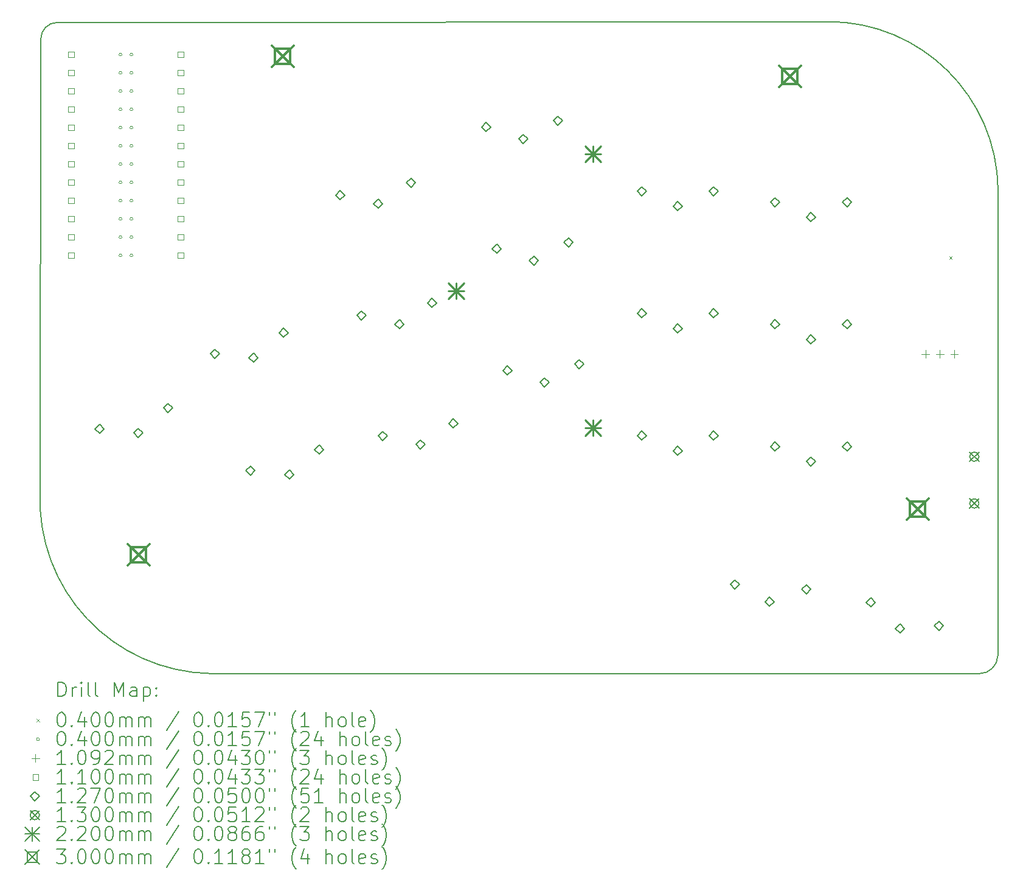
<source format=gbr>
%FSLAX45Y45*%
G04 Gerber Fmt 4.5, Leading zero omitted, Abs format (unit mm)*
G04 Created by KiCad (PCBNEW (6.0.4-0)) date 2022-07-27 12:02:18*
%MOMM*%
%LPD*%
G01*
G04 APERTURE LIST*
%TA.AperFunction,Profile*%
%ADD10C,0.150000*%
%TD*%
%ADD11C,0.200000*%
%ADD12C,0.040000*%
%ADD13C,0.109220*%
%ADD14C,0.110000*%
%ADD15C,0.127000*%
%ADD16C,0.130000*%
%ADD17C,0.220000*%
%ADD18C,0.300000*%
G04 APERTURE END LIST*
D10*
X2904845Y12436755D02*
G75*
G03*
X2676245Y12208155I0J-228600D01*
G01*
X13637800Y12447790D02*
X2904845Y12436755D01*
X2667000Y5892800D02*
X2676245Y12208155D01*
X16002000Y10109200D02*
G75*
G03*
X13637800Y12447790I-2364200J-25750D01*
G01*
X2667000Y5892800D02*
G75*
G03*
X5029200Y3379408I2415551J-96503D01*
G01*
X15742673Y3376991D02*
G75*
G03*
X16000102Y3632200I-3153J260619D01*
G01*
X16000102Y3632200D02*
X16002000Y10109200D01*
X15742673Y3376992D02*
X5029200Y3379408D01*
D11*
D12*
X15323011Y9184592D02*
X15363011Y9144592D01*
X15363011Y9184592D02*
X15323011Y9144592D01*
X3804600Y11988800D02*
G75*
G03*
X3804600Y11988800I-20000J0D01*
G01*
X3804600Y11734800D02*
G75*
G03*
X3804600Y11734800I-20000J0D01*
G01*
X3804600Y11480800D02*
G75*
G03*
X3804600Y11480800I-20000J0D01*
G01*
X3804600Y11226800D02*
G75*
G03*
X3804600Y11226800I-20000J0D01*
G01*
X3804600Y10972800D02*
G75*
G03*
X3804600Y10972800I-20000J0D01*
G01*
X3804600Y10718800D02*
G75*
G03*
X3804600Y10718800I-20000J0D01*
G01*
X3804600Y10464800D02*
G75*
G03*
X3804600Y10464800I-20000J0D01*
G01*
X3804600Y10210800D02*
G75*
G03*
X3804600Y10210800I-20000J0D01*
G01*
X3804600Y9956800D02*
G75*
G03*
X3804600Y9956800I-20000J0D01*
G01*
X3804600Y9702800D02*
G75*
G03*
X3804600Y9702800I-20000J0D01*
G01*
X3804600Y9448800D02*
G75*
G03*
X3804600Y9448800I-20000J0D01*
G01*
X3804600Y9194800D02*
G75*
G03*
X3804600Y9194800I-20000J0D01*
G01*
X3957000Y11988800D02*
G75*
G03*
X3957000Y11988800I-20000J0D01*
G01*
X3957000Y11734800D02*
G75*
G03*
X3957000Y11734800I-20000J0D01*
G01*
X3957000Y11480800D02*
G75*
G03*
X3957000Y11480800I-20000J0D01*
G01*
X3957000Y11226800D02*
G75*
G03*
X3957000Y11226800I-20000J0D01*
G01*
X3957000Y10972800D02*
G75*
G03*
X3957000Y10972800I-20000J0D01*
G01*
X3957000Y10718800D02*
G75*
G03*
X3957000Y10718800I-20000J0D01*
G01*
X3957000Y10464800D02*
G75*
G03*
X3957000Y10464800I-20000J0D01*
G01*
X3957000Y10210800D02*
G75*
G03*
X3957000Y10210800I-20000J0D01*
G01*
X3957000Y9956800D02*
G75*
G03*
X3957000Y9956800I-20000J0D01*
G01*
X3957000Y9702800D02*
G75*
G03*
X3957000Y9702800I-20000J0D01*
G01*
X3957000Y9448800D02*
G75*
G03*
X3957000Y9448800I-20000J0D01*
G01*
X3957000Y9194800D02*
G75*
G03*
X3957000Y9194800I-20000J0D01*
G01*
D13*
X14992400Y7877810D02*
X14992400Y7768590D01*
X14937790Y7823200D02*
X15047010Y7823200D01*
X15192400Y7877810D02*
X15192400Y7768590D01*
X15137790Y7823200D02*
X15247010Y7823200D01*
X15392400Y7877810D02*
X15392400Y7768590D01*
X15337790Y7823200D02*
X15447010Y7823200D01*
D14*
X3137691Y11949909D02*
X3137691Y12027691D01*
X3059909Y12027691D01*
X3059909Y11949909D01*
X3137691Y11949909D01*
X3137691Y11695909D02*
X3137691Y11773691D01*
X3059909Y11773691D01*
X3059909Y11695909D01*
X3137691Y11695909D01*
X3137691Y11441909D02*
X3137691Y11519691D01*
X3059909Y11519691D01*
X3059909Y11441909D01*
X3137691Y11441909D01*
X3137691Y11187909D02*
X3137691Y11265691D01*
X3059909Y11265691D01*
X3059909Y11187909D01*
X3137691Y11187909D01*
X3137691Y10933909D02*
X3137691Y11011691D01*
X3059909Y11011691D01*
X3059909Y10933909D01*
X3137691Y10933909D01*
X3137691Y10679909D02*
X3137691Y10757691D01*
X3059909Y10757691D01*
X3059909Y10679909D01*
X3137691Y10679909D01*
X3137691Y10425909D02*
X3137691Y10503691D01*
X3059909Y10503691D01*
X3059909Y10425909D01*
X3137691Y10425909D01*
X3137691Y10171909D02*
X3137691Y10249691D01*
X3059909Y10249691D01*
X3059909Y10171909D01*
X3137691Y10171909D01*
X3137691Y9917909D02*
X3137691Y9995691D01*
X3059909Y9995691D01*
X3059909Y9917909D01*
X3137691Y9917909D01*
X3137691Y9663909D02*
X3137691Y9741691D01*
X3059909Y9741691D01*
X3059909Y9663909D01*
X3137691Y9663909D01*
X3137691Y9409909D02*
X3137691Y9487691D01*
X3059909Y9487691D01*
X3059909Y9409909D01*
X3137691Y9409909D01*
X3137691Y9155909D02*
X3137691Y9233691D01*
X3059909Y9233691D01*
X3059909Y9155909D01*
X3137691Y9155909D01*
X4661691Y11949909D02*
X4661691Y12027691D01*
X4583909Y12027691D01*
X4583909Y11949909D01*
X4661691Y11949909D01*
X4661691Y11695909D02*
X4661691Y11773691D01*
X4583909Y11773691D01*
X4583909Y11695909D01*
X4661691Y11695909D01*
X4661691Y11441909D02*
X4661691Y11519691D01*
X4583909Y11519691D01*
X4583909Y11441909D01*
X4661691Y11441909D01*
X4661691Y11187909D02*
X4661691Y11265691D01*
X4583909Y11265691D01*
X4583909Y11187909D01*
X4661691Y11187909D01*
X4661691Y10933909D02*
X4661691Y11011691D01*
X4583909Y11011691D01*
X4583909Y10933909D01*
X4661691Y10933909D01*
X4661691Y10679909D02*
X4661691Y10757691D01*
X4583909Y10757691D01*
X4583909Y10679909D01*
X4661691Y10679909D01*
X4661691Y10425909D02*
X4661691Y10503691D01*
X4583909Y10503691D01*
X4583909Y10425909D01*
X4661691Y10425909D01*
X4661691Y10171909D02*
X4661691Y10249691D01*
X4583909Y10249691D01*
X4583909Y10171909D01*
X4661691Y10171909D01*
X4661691Y9917909D02*
X4661691Y9995691D01*
X4583909Y9995691D01*
X4583909Y9917909D01*
X4661691Y9917909D01*
X4661691Y9663909D02*
X4661691Y9741691D01*
X4583909Y9741691D01*
X4583909Y9663909D01*
X4661691Y9663909D01*
X4661691Y9409909D02*
X4661691Y9487691D01*
X4583909Y9487691D01*
X4583909Y9409909D01*
X4661691Y9409909D01*
X4661691Y9155909D02*
X4661691Y9233691D01*
X4583909Y9233691D01*
X4583909Y9155909D01*
X4661691Y9155909D01*
D15*
X3492911Y6719093D02*
X3556411Y6782593D01*
X3492911Y6846093D01*
X3429411Y6782593D01*
X3492911Y6719093D01*
X4032461Y6664455D02*
X4095961Y6727955D01*
X4032461Y6791455D01*
X3968961Y6727955D01*
X4032461Y6664455D01*
X4449215Y7011464D02*
X4512715Y7074964D01*
X4449215Y7138464D01*
X4385715Y7074964D01*
X4449215Y7011464D01*
X5099250Y7763538D02*
X5162750Y7827038D01*
X5099250Y7890538D01*
X5035750Y7827038D01*
X5099250Y7763538D01*
X5596281Y6137820D02*
X5659781Y6201320D01*
X5596281Y6264820D01*
X5532781Y6201320D01*
X5596281Y6137820D01*
X5638800Y7708900D02*
X5702300Y7772400D01*
X5638800Y7835900D01*
X5575300Y7772400D01*
X5638800Y7708900D01*
X6055554Y8055910D02*
X6119054Y8119410D01*
X6055554Y8182910D01*
X5992054Y8119410D01*
X6055554Y8055910D01*
X6135832Y6083182D02*
X6199332Y6146682D01*
X6135832Y6210182D01*
X6072332Y6146682D01*
X6135832Y6083182D01*
X6552586Y6430192D02*
X6616086Y6493692D01*
X6552586Y6557192D01*
X6489086Y6493692D01*
X6552586Y6430192D01*
X6843626Y9970732D02*
X6907126Y10034232D01*
X6843626Y10097732D01*
X6780126Y10034232D01*
X6843626Y9970732D01*
X7138828Y8296559D02*
X7202328Y8360059D01*
X7138828Y8423559D01*
X7075328Y8360059D01*
X7138828Y8296559D01*
X7372496Y9850746D02*
X7435996Y9914246D01*
X7372496Y9977746D01*
X7308996Y9914246D01*
X7372496Y9850746D01*
X7434030Y6622386D02*
X7497530Y6685886D01*
X7434030Y6749386D01*
X7370530Y6685886D01*
X7434030Y6622386D01*
X7667698Y8176573D02*
X7731198Y8240073D01*
X7667698Y8303573D01*
X7604198Y8240073D01*
X7667698Y8176573D01*
X7828434Y10144380D02*
X7891934Y10207880D01*
X7828434Y10271380D01*
X7764934Y10207880D01*
X7828434Y10144380D01*
X7962900Y6502400D02*
X8026400Y6565900D01*
X7962900Y6629400D01*
X7899400Y6565900D01*
X7962900Y6502400D01*
X8123636Y8470207D02*
X8187136Y8533707D01*
X8123636Y8597207D01*
X8060136Y8533707D01*
X8123636Y8470207D01*
X8418838Y6796034D02*
X8482338Y6859534D01*
X8418838Y6923034D01*
X8355338Y6859534D01*
X8418838Y6796034D01*
X8877370Y10919316D02*
X8940870Y10982816D01*
X8877370Y11046316D01*
X8813870Y10982816D01*
X8877370Y10919316D01*
X9025535Y9225785D02*
X9089035Y9289285D01*
X9025535Y9352785D01*
X8962035Y9289285D01*
X9025535Y9225785D01*
X9173700Y7532254D02*
X9237200Y7595754D01*
X9173700Y7659254D01*
X9110200Y7595754D01*
X9173700Y7532254D01*
X9393771Y10753693D02*
X9457271Y10817193D01*
X9393771Y10880693D01*
X9330271Y10817193D01*
X9393771Y10753693D01*
X9541935Y9060162D02*
X9605435Y9123662D01*
X9541935Y9187162D01*
X9478435Y9123662D01*
X9541935Y9060162D01*
X9690100Y7366631D02*
X9753600Y7430131D01*
X9690100Y7493631D01*
X9626600Y7430131D01*
X9690100Y7366631D01*
X9873565Y11006472D02*
X9937065Y11069972D01*
X9873565Y11133472D01*
X9810065Y11069972D01*
X9873565Y11006472D01*
X10021730Y9312941D02*
X10085230Y9376441D01*
X10021730Y9439941D01*
X9958230Y9376441D01*
X10021730Y9312941D01*
X10169895Y7619410D02*
X10233395Y7682910D01*
X10169895Y7746410D01*
X10106395Y7682910D01*
X10169895Y7619410D01*
X11041109Y10025102D02*
X11104609Y10088602D01*
X11041109Y10152102D01*
X10977609Y10088602D01*
X11041109Y10025102D01*
X11041109Y8325102D02*
X11104609Y8388602D01*
X11041109Y8452102D01*
X10977609Y8388602D01*
X11041109Y8325102D01*
X11041109Y6625102D02*
X11104609Y6688602D01*
X11041109Y6752102D01*
X10977609Y6688602D01*
X11041109Y6625102D01*
X11541109Y9815102D02*
X11604609Y9878602D01*
X11541109Y9942102D01*
X11477609Y9878602D01*
X11541109Y9815102D01*
X11541109Y8115102D02*
X11604609Y8178602D01*
X11541109Y8242102D01*
X11477609Y8178602D01*
X11541109Y8115102D01*
X11541109Y6415102D02*
X11604609Y6478602D01*
X11541109Y6542102D01*
X11477609Y6478602D01*
X11541109Y6415102D01*
X12041109Y10025102D02*
X12104609Y10088602D01*
X12041109Y10152102D01*
X11977609Y10088602D01*
X12041109Y10025102D01*
X12041109Y8325102D02*
X12104609Y8388602D01*
X12041109Y8452102D01*
X11977609Y8388602D01*
X12041109Y8325102D01*
X12041109Y6625102D02*
X12104609Y6688602D01*
X12041109Y6752102D01*
X11977609Y6688602D01*
X12041109Y6625102D01*
X12336819Y4557149D02*
X12400319Y4620649D01*
X12336819Y4684149D01*
X12273319Y4620649D01*
X12336819Y4557149D01*
X12820953Y4312782D02*
X12884453Y4376282D01*
X12820953Y4439782D01*
X12757453Y4376282D01*
X12820953Y4312782D01*
X12898500Y9874300D02*
X12962000Y9937800D01*
X12898500Y10001300D01*
X12835000Y9937800D01*
X12898500Y9874300D01*
X12898500Y8174300D02*
X12962000Y8237800D01*
X12898500Y8301300D01*
X12835000Y8237800D01*
X12898500Y8174300D01*
X12898500Y6474300D02*
X12962000Y6537800D01*
X12898500Y6601300D01*
X12835000Y6537800D01*
X12898500Y6474300D01*
X13334384Y4487393D02*
X13397884Y4550893D01*
X13334384Y4614393D01*
X13270884Y4550893D01*
X13334384Y4487393D01*
X13398500Y9664300D02*
X13462000Y9727800D01*
X13398500Y9791300D01*
X13335000Y9727800D01*
X13398500Y9664300D01*
X13398500Y7964300D02*
X13462000Y8027800D01*
X13398500Y8091300D01*
X13335000Y8027800D01*
X13398500Y7964300D01*
X13398500Y6264300D02*
X13462000Y6327800D01*
X13398500Y6391300D01*
X13335000Y6327800D01*
X13398500Y6264300D01*
X13898500Y9874300D02*
X13962000Y9937800D01*
X13898500Y10001300D01*
X13835000Y9937800D01*
X13898500Y9874300D01*
X13898500Y8174300D02*
X13962000Y8237800D01*
X13898500Y8301300D01*
X13835000Y8237800D01*
X13898500Y8174300D01*
X13898500Y6474300D02*
X13962000Y6537800D01*
X13898500Y6601300D01*
X13835000Y6537800D01*
X13898500Y6474300D01*
X14231848Y4304801D02*
X14295348Y4368301D01*
X14231848Y4431801D01*
X14168348Y4368301D01*
X14231848Y4304801D01*
X14636238Y3943458D02*
X14699738Y4006958D01*
X14636238Y4070458D01*
X14572738Y4006958D01*
X14636238Y3943458D01*
X15177367Y3979233D02*
X15240867Y4042733D01*
X15177367Y4106233D01*
X15113867Y4042733D01*
X15177367Y3979233D01*
D16*
X15606800Y6460600D02*
X15736800Y6330600D01*
X15736800Y6460600D02*
X15606800Y6330600D01*
X15736800Y6395600D02*
G75*
G03*
X15736800Y6395600I-65000J0D01*
G01*
X15606800Y5810600D02*
X15736800Y5680600D01*
X15736800Y5810600D02*
X15606800Y5680600D01*
X15736800Y5745600D02*
G75*
G03*
X15736800Y5745600I-65000J0D01*
G01*
D17*
X8348200Y8809500D02*
X8568200Y8589500D01*
X8568200Y8809500D02*
X8348200Y8589500D01*
X8458200Y8809500D02*
X8458200Y8589500D01*
X8348200Y8699500D02*
X8568200Y8699500D01*
X10253200Y10714500D02*
X10473200Y10494500D01*
X10473200Y10714500D02*
X10253200Y10494500D01*
X10363200Y10714500D02*
X10363200Y10494500D01*
X10253200Y10604500D02*
X10473200Y10604500D01*
X10253200Y6904500D02*
X10473200Y6684500D01*
X10473200Y6904500D02*
X10253200Y6684500D01*
X10363200Y6904500D02*
X10363200Y6684500D01*
X10253200Y6794500D02*
X10473200Y6794500D01*
D18*
X3888600Y5179200D02*
X4188600Y4879200D01*
X4188600Y5179200D02*
X3888600Y4879200D01*
X4144667Y4923133D02*
X4144667Y5135267D01*
X3932533Y5135267D01*
X3932533Y4923133D01*
X4144667Y4923133D01*
X5895200Y12113400D02*
X6195200Y11813400D01*
X6195200Y12113400D02*
X5895200Y11813400D01*
X6151267Y11857333D02*
X6151267Y12069467D01*
X5939133Y12069467D01*
X5939133Y11857333D01*
X6151267Y11857333D01*
X12956400Y11834000D02*
X13256400Y11534000D01*
X13256400Y11834000D02*
X12956400Y11534000D01*
X13212467Y11577933D02*
X13212467Y11790067D01*
X13000333Y11790067D01*
X13000333Y11577933D01*
X13212467Y11577933D01*
X14734400Y5814200D02*
X15034400Y5514200D01*
X15034400Y5814200D02*
X14734400Y5514200D01*
X14990467Y5558133D02*
X14990467Y5770267D01*
X14778333Y5770267D01*
X14778333Y5558133D01*
X14990467Y5558133D01*
D11*
X2915192Y3059016D02*
X2915192Y3259016D01*
X2962811Y3259016D01*
X2991383Y3249492D01*
X3010430Y3230444D01*
X3019954Y3211397D01*
X3029478Y3173301D01*
X3029478Y3144730D01*
X3019954Y3106635D01*
X3010430Y3087587D01*
X2991383Y3068539D01*
X2962811Y3059016D01*
X2915192Y3059016D01*
X3115192Y3059016D02*
X3115192Y3192349D01*
X3115192Y3154254D02*
X3124716Y3173301D01*
X3134240Y3182825D01*
X3153287Y3192349D01*
X3172335Y3192349D01*
X3239002Y3059016D02*
X3239002Y3192349D01*
X3239002Y3259016D02*
X3229478Y3249492D01*
X3239002Y3239968D01*
X3248526Y3249492D01*
X3239002Y3259016D01*
X3239002Y3239968D01*
X3362811Y3059016D02*
X3343764Y3068539D01*
X3334240Y3087587D01*
X3334240Y3259016D01*
X3467573Y3059016D02*
X3448526Y3068539D01*
X3439002Y3087587D01*
X3439002Y3259016D01*
X3696145Y3059016D02*
X3696145Y3259016D01*
X3762811Y3116158D01*
X3829478Y3259016D01*
X3829478Y3059016D01*
X4010430Y3059016D02*
X4010430Y3163778D01*
X4000907Y3182825D01*
X3981859Y3192349D01*
X3943764Y3192349D01*
X3924716Y3182825D01*
X4010430Y3068539D02*
X3991383Y3059016D01*
X3943764Y3059016D01*
X3924716Y3068539D01*
X3915192Y3087587D01*
X3915192Y3106635D01*
X3924716Y3125682D01*
X3943764Y3135206D01*
X3991383Y3135206D01*
X4010430Y3144730D01*
X4105668Y3192349D02*
X4105668Y2992349D01*
X4105668Y3182825D02*
X4124716Y3192349D01*
X4162811Y3192349D01*
X4181859Y3182825D01*
X4191383Y3173301D01*
X4200907Y3154254D01*
X4200907Y3097111D01*
X4191383Y3078063D01*
X4181859Y3068539D01*
X4162811Y3059016D01*
X4124716Y3059016D01*
X4105668Y3068539D01*
X4286621Y3078063D02*
X4296145Y3068539D01*
X4286621Y3059016D01*
X4277097Y3068539D01*
X4286621Y3078063D01*
X4286621Y3059016D01*
X4286621Y3182825D02*
X4296145Y3173301D01*
X4286621Y3163778D01*
X4277097Y3173301D01*
X4286621Y3182825D01*
X4286621Y3163778D01*
D12*
X2617573Y2749492D02*
X2657573Y2709492D01*
X2657573Y2749492D02*
X2617573Y2709492D01*
D11*
X2953287Y2839016D02*
X2972335Y2839016D01*
X2991383Y2829492D01*
X3000907Y2819968D01*
X3010430Y2800920D01*
X3019954Y2762825D01*
X3019954Y2715206D01*
X3010430Y2677111D01*
X3000907Y2658063D01*
X2991383Y2648540D01*
X2972335Y2639016D01*
X2953287Y2639016D01*
X2934240Y2648540D01*
X2924716Y2658063D01*
X2915192Y2677111D01*
X2905668Y2715206D01*
X2905668Y2762825D01*
X2915192Y2800920D01*
X2924716Y2819968D01*
X2934240Y2829492D01*
X2953287Y2839016D01*
X3105668Y2658063D02*
X3115192Y2648540D01*
X3105668Y2639016D01*
X3096145Y2648540D01*
X3105668Y2658063D01*
X3105668Y2639016D01*
X3286621Y2772349D02*
X3286621Y2639016D01*
X3239002Y2848539D02*
X3191383Y2705682D01*
X3315192Y2705682D01*
X3429478Y2839016D02*
X3448526Y2839016D01*
X3467573Y2829492D01*
X3477097Y2819968D01*
X3486621Y2800920D01*
X3496145Y2762825D01*
X3496145Y2715206D01*
X3486621Y2677111D01*
X3477097Y2658063D01*
X3467573Y2648540D01*
X3448526Y2639016D01*
X3429478Y2639016D01*
X3410430Y2648540D01*
X3400907Y2658063D01*
X3391383Y2677111D01*
X3381859Y2715206D01*
X3381859Y2762825D01*
X3391383Y2800920D01*
X3400907Y2819968D01*
X3410430Y2829492D01*
X3429478Y2839016D01*
X3619954Y2839016D02*
X3639002Y2839016D01*
X3658049Y2829492D01*
X3667573Y2819968D01*
X3677097Y2800920D01*
X3686621Y2762825D01*
X3686621Y2715206D01*
X3677097Y2677111D01*
X3667573Y2658063D01*
X3658049Y2648540D01*
X3639002Y2639016D01*
X3619954Y2639016D01*
X3600907Y2648540D01*
X3591383Y2658063D01*
X3581859Y2677111D01*
X3572335Y2715206D01*
X3572335Y2762825D01*
X3581859Y2800920D01*
X3591383Y2819968D01*
X3600907Y2829492D01*
X3619954Y2839016D01*
X3772335Y2639016D02*
X3772335Y2772349D01*
X3772335Y2753301D02*
X3781859Y2762825D01*
X3800907Y2772349D01*
X3829478Y2772349D01*
X3848526Y2762825D01*
X3858049Y2743778D01*
X3858049Y2639016D01*
X3858049Y2743778D02*
X3867573Y2762825D01*
X3886621Y2772349D01*
X3915192Y2772349D01*
X3934240Y2762825D01*
X3943764Y2743778D01*
X3943764Y2639016D01*
X4039002Y2639016D02*
X4039002Y2772349D01*
X4039002Y2753301D02*
X4048526Y2762825D01*
X4067573Y2772349D01*
X4096145Y2772349D01*
X4115192Y2762825D01*
X4124716Y2743778D01*
X4124716Y2639016D01*
X4124716Y2743778D02*
X4134240Y2762825D01*
X4153287Y2772349D01*
X4181859Y2772349D01*
X4200907Y2762825D01*
X4210430Y2743778D01*
X4210430Y2639016D01*
X4600907Y2848539D02*
X4429478Y2591397D01*
X4858049Y2839016D02*
X4877097Y2839016D01*
X4896145Y2829492D01*
X4905669Y2819968D01*
X4915192Y2800920D01*
X4924716Y2762825D01*
X4924716Y2715206D01*
X4915192Y2677111D01*
X4905669Y2658063D01*
X4896145Y2648540D01*
X4877097Y2639016D01*
X4858049Y2639016D01*
X4839002Y2648540D01*
X4829478Y2658063D01*
X4819954Y2677111D01*
X4810430Y2715206D01*
X4810430Y2762825D01*
X4819954Y2800920D01*
X4829478Y2819968D01*
X4839002Y2829492D01*
X4858049Y2839016D01*
X5010430Y2658063D02*
X5019954Y2648540D01*
X5010430Y2639016D01*
X5000907Y2648540D01*
X5010430Y2658063D01*
X5010430Y2639016D01*
X5143764Y2839016D02*
X5162811Y2839016D01*
X5181859Y2829492D01*
X5191383Y2819968D01*
X5200907Y2800920D01*
X5210430Y2762825D01*
X5210430Y2715206D01*
X5200907Y2677111D01*
X5191383Y2658063D01*
X5181859Y2648540D01*
X5162811Y2639016D01*
X5143764Y2639016D01*
X5124716Y2648540D01*
X5115192Y2658063D01*
X5105669Y2677111D01*
X5096145Y2715206D01*
X5096145Y2762825D01*
X5105669Y2800920D01*
X5115192Y2819968D01*
X5124716Y2829492D01*
X5143764Y2839016D01*
X5400907Y2639016D02*
X5286621Y2639016D01*
X5343764Y2639016D02*
X5343764Y2839016D01*
X5324716Y2810444D01*
X5305669Y2791397D01*
X5286621Y2781873D01*
X5581859Y2839016D02*
X5486621Y2839016D01*
X5477097Y2743778D01*
X5486621Y2753301D01*
X5505669Y2762825D01*
X5553288Y2762825D01*
X5572335Y2753301D01*
X5581859Y2743778D01*
X5591383Y2724730D01*
X5591383Y2677111D01*
X5581859Y2658063D01*
X5572335Y2648540D01*
X5553288Y2639016D01*
X5505669Y2639016D01*
X5486621Y2648540D01*
X5477097Y2658063D01*
X5658049Y2839016D02*
X5791383Y2839016D01*
X5705668Y2639016D01*
X5858049Y2839016D02*
X5858049Y2800920D01*
X5934240Y2839016D02*
X5934240Y2800920D01*
X6229478Y2562825D02*
X6219954Y2572349D01*
X6200907Y2600920D01*
X6191383Y2619968D01*
X6181859Y2648540D01*
X6172335Y2696159D01*
X6172335Y2734254D01*
X6181859Y2781873D01*
X6191383Y2810444D01*
X6200907Y2829492D01*
X6219954Y2858063D01*
X6229478Y2867587D01*
X6410430Y2639016D02*
X6296145Y2639016D01*
X6353287Y2639016D02*
X6353287Y2839016D01*
X6334240Y2810444D01*
X6315192Y2791397D01*
X6296145Y2781873D01*
X6648526Y2639016D02*
X6648526Y2839016D01*
X6734240Y2639016D02*
X6734240Y2743778D01*
X6724716Y2762825D01*
X6705668Y2772349D01*
X6677097Y2772349D01*
X6658049Y2762825D01*
X6648526Y2753301D01*
X6858049Y2639016D02*
X6839002Y2648540D01*
X6829478Y2658063D01*
X6819954Y2677111D01*
X6819954Y2734254D01*
X6829478Y2753301D01*
X6839002Y2762825D01*
X6858049Y2772349D01*
X6886621Y2772349D01*
X6905668Y2762825D01*
X6915192Y2753301D01*
X6924716Y2734254D01*
X6924716Y2677111D01*
X6915192Y2658063D01*
X6905668Y2648540D01*
X6886621Y2639016D01*
X6858049Y2639016D01*
X7039002Y2639016D02*
X7019954Y2648540D01*
X7010430Y2667587D01*
X7010430Y2839016D01*
X7191383Y2648540D02*
X7172335Y2639016D01*
X7134240Y2639016D01*
X7115192Y2648540D01*
X7105668Y2667587D01*
X7105668Y2743778D01*
X7115192Y2762825D01*
X7134240Y2772349D01*
X7172335Y2772349D01*
X7191383Y2762825D01*
X7200907Y2743778D01*
X7200907Y2724730D01*
X7105668Y2705682D01*
X7267573Y2562825D02*
X7277097Y2572349D01*
X7296145Y2600920D01*
X7305668Y2619968D01*
X7315192Y2648540D01*
X7324716Y2696159D01*
X7324716Y2734254D01*
X7315192Y2781873D01*
X7305668Y2810444D01*
X7296145Y2829492D01*
X7277097Y2858063D01*
X7267573Y2867587D01*
D12*
X2657573Y2465492D02*
G75*
G03*
X2657573Y2465492I-20000J0D01*
G01*
D11*
X2953287Y2575016D02*
X2972335Y2575016D01*
X2991383Y2565492D01*
X3000907Y2555968D01*
X3010430Y2536920D01*
X3019954Y2498825D01*
X3019954Y2451206D01*
X3010430Y2413111D01*
X3000907Y2394063D01*
X2991383Y2384540D01*
X2972335Y2375016D01*
X2953287Y2375016D01*
X2934240Y2384540D01*
X2924716Y2394063D01*
X2915192Y2413111D01*
X2905668Y2451206D01*
X2905668Y2498825D01*
X2915192Y2536920D01*
X2924716Y2555968D01*
X2934240Y2565492D01*
X2953287Y2575016D01*
X3105668Y2394063D02*
X3115192Y2384540D01*
X3105668Y2375016D01*
X3096145Y2384540D01*
X3105668Y2394063D01*
X3105668Y2375016D01*
X3286621Y2508349D02*
X3286621Y2375016D01*
X3239002Y2584540D02*
X3191383Y2441682D01*
X3315192Y2441682D01*
X3429478Y2575016D02*
X3448526Y2575016D01*
X3467573Y2565492D01*
X3477097Y2555968D01*
X3486621Y2536920D01*
X3496145Y2498825D01*
X3496145Y2451206D01*
X3486621Y2413111D01*
X3477097Y2394063D01*
X3467573Y2384540D01*
X3448526Y2375016D01*
X3429478Y2375016D01*
X3410430Y2384540D01*
X3400907Y2394063D01*
X3391383Y2413111D01*
X3381859Y2451206D01*
X3381859Y2498825D01*
X3391383Y2536920D01*
X3400907Y2555968D01*
X3410430Y2565492D01*
X3429478Y2575016D01*
X3619954Y2575016D02*
X3639002Y2575016D01*
X3658049Y2565492D01*
X3667573Y2555968D01*
X3677097Y2536920D01*
X3686621Y2498825D01*
X3686621Y2451206D01*
X3677097Y2413111D01*
X3667573Y2394063D01*
X3658049Y2384540D01*
X3639002Y2375016D01*
X3619954Y2375016D01*
X3600907Y2384540D01*
X3591383Y2394063D01*
X3581859Y2413111D01*
X3572335Y2451206D01*
X3572335Y2498825D01*
X3581859Y2536920D01*
X3591383Y2555968D01*
X3600907Y2565492D01*
X3619954Y2575016D01*
X3772335Y2375016D02*
X3772335Y2508349D01*
X3772335Y2489301D02*
X3781859Y2498825D01*
X3800907Y2508349D01*
X3829478Y2508349D01*
X3848526Y2498825D01*
X3858049Y2479778D01*
X3858049Y2375016D01*
X3858049Y2479778D02*
X3867573Y2498825D01*
X3886621Y2508349D01*
X3915192Y2508349D01*
X3934240Y2498825D01*
X3943764Y2479778D01*
X3943764Y2375016D01*
X4039002Y2375016D02*
X4039002Y2508349D01*
X4039002Y2489301D02*
X4048526Y2498825D01*
X4067573Y2508349D01*
X4096145Y2508349D01*
X4115192Y2498825D01*
X4124716Y2479778D01*
X4124716Y2375016D01*
X4124716Y2479778D02*
X4134240Y2498825D01*
X4153287Y2508349D01*
X4181859Y2508349D01*
X4200907Y2498825D01*
X4210430Y2479778D01*
X4210430Y2375016D01*
X4600907Y2584540D02*
X4429478Y2327397D01*
X4858049Y2575016D02*
X4877097Y2575016D01*
X4896145Y2565492D01*
X4905669Y2555968D01*
X4915192Y2536920D01*
X4924716Y2498825D01*
X4924716Y2451206D01*
X4915192Y2413111D01*
X4905669Y2394063D01*
X4896145Y2384540D01*
X4877097Y2375016D01*
X4858049Y2375016D01*
X4839002Y2384540D01*
X4829478Y2394063D01*
X4819954Y2413111D01*
X4810430Y2451206D01*
X4810430Y2498825D01*
X4819954Y2536920D01*
X4829478Y2555968D01*
X4839002Y2565492D01*
X4858049Y2575016D01*
X5010430Y2394063D02*
X5019954Y2384540D01*
X5010430Y2375016D01*
X5000907Y2384540D01*
X5010430Y2394063D01*
X5010430Y2375016D01*
X5143764Y2575016D02*
X5162811Y2575016D01*
X5181859Y2565492D01*
X5191383Y2555968D01*
X5200907Y2536920D01*
X5210430Y2498825D01*
X5210430Y2451206D01*
X5200907Y2413111D01*
X5191383Y2394063D01*
X5181859Y2384540D01*
X5162811Y2375016D01*
X5143764Y2375016D01*
X5124716Y2384540D01*
X5115192Y2394063D01*
X5105669Y2413111D01*
X5096145Y2451206D01*
X5096145Y2498825D01*
X5105669Y2536920D01*
X5115192Y2555968D01*
X5124716Y2565492D01*
X5143764Y2575016D01*
X5400907Y2375016D02*
X5286621Y2375016D01*
X5343764Y2375016D02*
X5343764Y2575016D01*
X5324716Y2546444D01*
X5305669Y2527397D01*
X5286621Y2517873D01*
X5581859Y2575016D02*
X5486621Y2575016D01*
X5477097Y2479778D01*
X5486621Y2489301D01*
X5505669Y2498825D01*
X5553288Y2498825D01*
X5572335Y2489301D01*
X5581859Y2479778D01*
X5591383Y2460730D01*
X5591383Y2413111D01*
X5581859Y2394063D01*
X5572335Y2384540D01*
X5553288Y2375016D01*
X5505669Y2375016D01*
X5486621Y2384540D01*
X5477097Y2394063D01*
X5658049Y2575016D02*
X5791383Y2575016D01*
X5705668Y2375016D01*
X5858049Y2575016D02*
X5858049Y2536920D01*
X5934240Y2575016D02*
X5934240Y2536920D01*
X6229478Y2298825D02*
X6219954Y2308349D01*
X6200907Y2336920D01*
X6191383Y2355968D01*
X6181859Y2384540D01*
X6172335Y2432159D01*
X6172335Y2470254D01*
X6181859Y2517873D01*
X6191383Y2546444D01*
X6200907Y2565492D01*
X6219954Y2594063D01*
X6229478Y2603587D01*
X6296145Y2555968D02*
X6305668Y2565492D01*
X6324716Y2575016D01*
X6372335Y2575016D01*
X6391383Y2565492D01*
X6400907Y2555968D01*
X6410430Y2536920D01*
X6410430Y2517873D01*
X6400907Y2489301D01*
X6286621Y2375016D01*
X6410430Y2375016D01*
X6581859Y2508349D02*
X6581859Y2375016D01*
X6534240Y2584540D02*
X6486621Y2441682D01*
X6610430Y2441682D01*
X6839002Y2375016D02*
X6839002Y2575016D01*
X6924716Y2375016D02*
X6924716Y2479778D01*
X6915192Y2498825D01*
X6896145Y2508349D01*
X6867573Y2508349D01*
X6848526Y2498825D01*
X6839002Y2489301D01*
X7048526Y2375016D02*
X7029478Y2384540D01*
X7019954Y2394063D01*
X7010430Y2413111D01*
X7010430Y2470254D01*
X7019954Y2489301D01*
X7029478Y2498825D01*
X7048526Y2508349D01*
X7077097Y2508349D01*
X7096145Y2498825D01*
X7105668Y2489301D01*
X7115192Y2470254D01*
X7115192Y2413111D01*
X7105668Y2394063D01*
X7096145Y2384540D01*
X7077097Y2375016D01*
X7048526Y2375016D01*
X7229478Y2375016D02*
X7210430Y2384540D01*
X7200907Y2403587D01*
X7200907Y2575016D01*
X7381859Y2384540D02*
X7362811Y2375016D01*
X7324716Y2375016D01*
X7305668Y2384540D01*
X7296145Y2403587D01*
X7296145Y2479778D01*
X7305668Y2498825D01*
X7324716Y2508349D01*
X7362811Y2508349D01*
X7381859Y2498825D01*
X7391383Y2479778D01*
X7391383Y2460730D01*
X7296145Y2441682D01*
X7467573Y2384540D02*
X7486621Y2375016D01*
X7524716Y2375016D01*
X7543764Y2384540D01*
X7553287Y2403587D01*
X7553287Y2413111D01*
X7543764Y2432159D01*
X7524716Y2441682D01*
X7496145Y2441682D01*
X7477097Y2451206D01*
X7467573Y2470254D01*
X7467573Y2479778D01*
X7477097Y2498825D01*
X7496145Y2508349D01*
X7524716Y2508349D01*
X7543764Y2498825D01*
X7619954Y2298825D02*
X7629478Y2308349D01*
X7648526Y2336920D01*
X7658049Y2355968D01*
X7667573Y2384540D01*
X7677097Y2432159D01*
X7677097Y2470254D01*
X7667573Y2517873D01*
X7658049Y2546444D01*
X7648526Y2565492D01*
X7629478Y2594063D01*
X7619954Y2603587D01*
D13*
X2602963Y2256102D02*
X2602963Y2146882D01*
X2548353Y2201492D02*
X2657573Y2201492D01*
D11*
X3019954Y2111016D02*
X2905668Y2111016D01*
X2962811Y2111016D02*
X2962811Y2311016D01*
X2943764Y2282444D01*
X2924716Y2263397D01*
X2905668Y2253873D01*
X3105668Y2130063D02*
X3115192Y2120540D01*
X3105668Y2111016D01*
X3096145Y2120540D01*
X3105668Y2130063D01*
X3105668Y2111016D01*
X3239002Y2311016D02*
X3258049Y2311016D01*
X3277097Y2301492D01*
X3286621Y2291968D01*
X3296145Y2272920D01*
X3305668Y2234825D01*
X3305668Y2187206D01*
X3296145Y2149111D01*
X3286621Y2130063D01*
X3277097Y2120540D01*
X3258049Y2111016D01*
X3239002Y2111016D01*
X3219954Y2120540D01*
X3210430Y2130063D01*
X3200907Y2149111D01*
X3191383Y2187206D01*
X3191383Y2234825D01*
X3200907Y2272920D01*
X3210430Y2291968D01*
X3219954Y2301492D01*
X3239002Y2311016D01*
X3400907Y2111016D02*
X3439002Y2111016D01*
X3458049Y2120540D01*
X3467573Y2130063D01*
X3486621Y2158635D01*
X3496145Y2196730D01*
X3496145Y2272920D01*
X3486621Y2291968D01*
X3477097Y2301492D01*
X3458049Y2311016D01*
X3419954Y2311016D01*
X3400907Y2301492D01*
X3391383Y2291968D01*
X3381859Y2272920D01*
X3381859Y2225301D01*
X3391383Y2206254D01*
X3400907Y2196730D01*
X3419954Y2187206D01*
X3458049Y2187206D01*
X3477097Y2196730D01*
X3486621Y2206254D01*
X3496145Y2225301D01*
X3572335Y2291968D02*
X3581859Y2301492D01*
X3600907Y2311016D01*
X3648526Y2311016D01*
X3667573Y2301492D01*
X3677097Y2291968D01*
X3686621Y2272920D01*
X3686621Y2253873D01*
X3677097Y2225301D01*
X3562811Y2111016D01*
X3686621Y2111016D01*
X3772335Y2111016D02*
X3772335Y2244349D01*
X3772335Y2225301D02*
X3781859Y2234825D01*
X3800907Y2244349D01*
X3829478Y2244349D01*
X3848526Y2234825D01*
X3858049Y2215778D01*
X3858049Y2111016D01*
X3858049Y2215778D02*
X3867573Y2234825D01*
X3886621Y2244349D01*
X3915192Y2244349D01*
X3934240Y2234825D01*
X3943764Y2215778D01*
X3943764Y2111016D01*
X4039002Y2111016D02*
X4039002Y2244349D01*
X4039002Y2225301D02*
X4048526Y2234825D01*
X4067573Y2244349D01*
X4096145Y2244349D01*
X4115192Y2234825D01*
X4124716Y2215778D01*
X4124716Y2111016D01*
X4124716Y2215778D02*
X4134240Y2234825D01*
X4153287Y2244349D01*
X4181859Y2244349D01*
X4200907Y2234825D01*
X4210430Y2215778D01*
X4210430Y2111016D01*
X4600907Y2320540D02*
X4429478Y2063397D01*
X4858049Y2311016D02*
X4877097Y2311016D01*
X4896145Y2301492D01*
X4905669Y2291968D01*
X4915192Y2272920D01*
X4924716Y2234825D01*
X4924716Y2187206D01*
X4915192Y2149111D01*
X4905669Y2130063D01*
X4896145Y2120540D01*
X4877097Y2111016D01*
X4858049Y2111016D01*
X4839002Y2120540D01*
X4829478Y2130063D01*
X4819954Y2149111D01*
X4810430Y2187206D01*
X4810430Y2234825D01*
X4819954Y2272920D01*
X4829478Y2291968D01*
X4839002Y2301492D01*
X4858049Y2311016D01*
X5010430Y2130063D02*
X5019954Y2120540D01*
X5010430Y2111016D01*
X5000907Y2120540D01*
X5010430Y2130063D01*
X5010430Y2111016D01*
X5143764Y2311016D02*
X5162811Y2311016D01*
X5181859Y2301492D01*
X5191383Y2291968D01*
X5200907Y2272920D01*
X5210430Y2234825D01*
X5210430Y2187206D01*
X5200907Y2149111D01*
X5191383Y2130063D01*
X5181859Y2120540D01*
X5162811Y2111016D01*
X5143764Y2111016D01*
X5124716Y2120540D01*
X5115192Y2130063D01*
X5105669Y2149111D01*
X5096145Y2187206D01*
X5096145Y2234825D01*
X5105669Y2272920D01*
X5115192Y2291968D01*
X5124716Y2301492D01*
X5143764Y2311016D01*
X5381859Y2244349D02*
X5381859Y2111016D01*
X5334240Y2320540D02*
X5286621Y2177682D01*
X5410430Y2177682D01*
X5467573Y2311016D02*
X5591383Y2311016D01*
X5524716Y2234825D01*
X5553288Y2234825D01*
X5572335Y2225301D01*
X5581859Y2215778D01*
X5591383Y2196730D01*
X5591383Y2149111D01*
X5581859Y2130063D01*
X5572335Y2120540D01*
X5553288Y2111016D01*
X5496145Y2111016D01*
X5477097Y2120540D01*
X5467573Y2130063D01*
X5715192Y2311016D02*
X5734240Y2311016D01*
X5753287Y2301492D01*
X5762811Y2291968D01*
X5772335Y2272920D01*
X5781859Y2234825D01*
X5781859Y2187206D01*
X5772335Y2149111D01*
X5762811Y2130063D01*
X5753287Y2120540D01*
X5734240Y2111016D01*
X5715192Y2111016D01*
X5696145Y2120540D01*
X5686621Y2130063D01*
X5677097Y2149111D01*
X5667573Y2187206D01*
X5667573Y2234825D01*
X5677097Y2272920D01*
X5686621Y2291968D01*
X5696145Y2301492D01*
X5715192Y2311016D01*
X5858049Y2311016D02*
X5858049Y2272920D01*
X5934240Y2311016D02*
X5934240Y2272920D01*
X6229478Y2034825D02*
X6219954Y2044349D01*
X6200907Y2072920D01*
X6191383Y2091968D01*
X6181859Y2120540D01*
X6172335Y2168159D01*
X6172335Y2206254D01*
X6181859Y2253873D01*
X6191383Y2282444D01*
X6200907Y2301492D01*
X6219954Y2330063D01*
X6229478Y2339587D01*
X6286621Y2311016D02*
X6410430Y2311016D01*
X6343764Y2234825D01*
X6372335Y2234825D01*
X6391383Y2225301D01*
X6400907Y2215778D01*
X6410430Y2196730D01*
X6410430Y2149111D01*
X6400907Y2130063D01*
X6391383Y2120540D01*
X6372335Y2111016D01*
X6315192Y2111016D01*
X6296145Y2120540D01*
X6286621Y2130063D01*
X6648526Y2111016D02*
X6648526Y2311016D01*
X6734240Y2111016D02*
X6734240Y2215778D01*
X6724716Y2234825D01*
X6705668Y2244349D01*
X6677097Y2244349D01*
X6658049Y2234825D01*
X6648526Y2225301D01*
X6858049Y2111016D02*
X6839002Y2120540D01*
X6829478Y2130063D01*
X6819954Y2149111D01*
X6819954Y2206254D01*
X6829478Y2225301D01*
X6839002Y2234825D01*
X6858049Y2244349D01*
X6886621Y2244349D01*
X6905668Y2234825D01*
X6915192Y2225301D01*
X6924716Y2206254D01*
X6924716Y2149111D01*
X6915192Y2130063D01*
X6905668Y2120540D01*
X6886621Y2111016D01*
X6858049Y2111016D01*
X7039002Y2111016D02*
X7019954Y2120540D01*
X7010430Y2139587D01*
X7010430Y2311016D01*
X7191383Y2120540D02*
X7172335Y2111016D01*
X7134240Y2111016D01*
X7115192Y2120540D01*
X7105668Y2139587D01*
X7105668Y2215778D01*
X7115192Y2234825D01*
X7134240Y2244349D01*
X7172335Y2244349D01*
X7191383Y2234825D01*
X7200907Y2215778D01*
X7200907Y2196730D01*
X7105668Y2177682D01*
X7277097Y2120540D02*
X7296145Y2111016D01*
X7334240Y2111016D01*
X7353287Y2120540D01*
X7362811Y2139587D01*
X7362811Y2149111D01*
X7353287Y2168159D01*
X7334240Y2177682D01*
X7305668Y2177682D01*
X7286621Y2187206D01*
X7277097Y2206254D01*
X7277097Y2215778D01*
X7286621Y2234825D01*
X7305668Y2244349D01*
X7334240Y2244349D01*
X7353287Y2234825D01*
X7429478Y2034825D02*
X7439002Y2044349D01*
X7458049Y2072920D01*
X7467573Y2091968D01*
X7477097Y2120540D01*
X7486621Y2168159D01*
X7486621Y2206254D01*
X7477097Y2253873D01*
X7467573Y2282444D01*
X7458049Y2301492D01*
X7439002Y2330063D01*
X7429478Y2339587D01*
D14*
X2641465Y1898601D02*
X2641465Y1976383D01*
X2563682Y1976383D01*
X2563682Y1898601D01*
X2641465Y1898601D01*
D11*
X3019954Y1847016D02*
X2905668Y1847016D01*
X2962811Y1847016D02*
X2962811Y2047016D01*
X2943764Y2018444D01*
X2924716Y1999397D01*
X2905668Y1989873D01*
X3105668Y1866063D02*
X3115192Y1856539D01*
X3105668Y1847016D01*
X3096145Y1856539D01*
X3105668Y1866063D01*
X3105668Y1847016D01*
X3305668Y1847016D02*
X3191383Y1847016D01*
X3248526Y1847016D02*
X3248526Y2047016D01*
X3229478Y2018444D01*
X3210430Y1999397D01*
X3191383Y1989873D01*
X3429478Y2047016D02*
X3448526Y2047016D01*
X3467573Y2037492D01*
X3477097Y2027968D01*
X3486621Y2008920D01*
X3496145Y1970825D01*
X3496145Y1923206D01*
X3486621Y1885111D01*
X3477097Y1866063D01*
X3467573Y1856539D01*
X3448526Y1847016D01*
X3429478Y1847016D01*
X3410430Y1856539D01*
X3400907Y1866063D01*
X3391383Y1885111D01*
X3381859Y1923206D01*
X3381859Y1970825D01*
X3391383Y2008920D01*
X3400907Y2027968D01*
X3410430Y2037492D01*
X3429478Y2047016D01*
X3619954Y2047016D02*
X3639002Y2047016D01*
X3658049Y2037492D01*
X3667573Y2027968D01*
X3677097Y2008920D01*
X3686621Y1970825D01*
X3686621Y1923206D01*
X3677097Y1885111D01*
X3667573Y1866063D01*
X3658049Y1856539D01*
X3639002Y1847016D01*
X3619954Y1847016D01*
X3600907Y1856539D01*
X3591383Y1866063D01*
X3581859Y1885111D01*
X3572335Y1923206D01*
X3572335Y1970825D01*
X3581859Y2008920D01*
X3591383Y2027968D01*
X3600907Y2037492D01*
X3619954Y2047016D01*
X3772335Y1847016D02*
X3772335Y1980349D01*
X3772335Y1961301D02*
X3781859Y1970825D01*
X3800907Y1980349D01*
X3829478Y1980349D01*
X3848526Y1970825D01*
X3858049Y1951778D01*
X3858049Y1847016D01*
X3858049Y1951778D02*
X3867573Y1970825D01*
X3886621Y1980349D01*
X3915192Y1980349D01*
X3934240Y1970825D01*
X3943764Y1951778D01*
X3943764Y1847016D01*
X4039002Y1847016D02*
X4039002Y1980349D01*
X4039002Y1961301D02*
X4048526Y1970825D01*
X4067573Y1980349D01*
X4096145Y1980349D01*
X4115192Y1970825D01*
X4124716Y1951778D01*
X4124716Y1847016D01*
X4124716Y1951778D02*
X4134240Y1970825D01*
X4153287Y1980349D01*
X4181859Y1980349D01*
X4200907Y1970825D01*
X4210430Y1951778D01*
X4210430Y1847016D01*
X4600907Y2056539D02*
X4429478Y1799397D01*
X4858049Y2047016D02*
X4877097Y2047016D01*
X4896145Y2037492D01*
X4905669Y2027968D01*
X4915192Y2008920D01*
X4924716Y1970825D01*
X4924716Y1923206D01*
X4915192Y1885111D01*
X4905669Y1866063D01*
X4896145Y1856539D01*
X4877097Y1847016D01*
X4858049Y1847016D01*
X4839002Y1856539D01*
X4829478Y1866063D01*
X4819954Y1885111D01*
X4810430Y1923206D01*
X4810430Y1970825D01*
X4819954Y2008920D01*
X4829478Y2027968D01*
X4839002Y2037492D01*
X4858049Y2047016D01*
X5010430Y1866063D02*
X5019954Y1856539D01*
X5010430Y1847016D01*
X5000907Y1856539D01*
X5010430Y1866063D01*
X5010430Y1847016D01*
X5143764Y2047016D02*
X5162811Y2047016D01*
X5181859Y2037492D01*
X5191383Y2027968D01*
X5200907Y2008920D01*
X5210430Y1970825D01*
X5210430Y1923206D01*
X5200907Y1885111D01*
X5191383Y1866063D01*
X5181859Y1856539D01*
X5162811Y1847016D01*
X5143764Y1847016D01*
X5124716Y1856539D01*
X5115192Y1866063D01*
X5105669Y1885111D01*
X5096145Y1923206D01*
X5096145Y1970825D01*
X5105669Y2008920D01*
X5115192Y2027968D01*
X5124716Y2037492D01*
X5143764Y2047016D01*
X5381859Y1980349D02*
X5381859Y1847016D01*
X5334240Y2056539D02*
X5286621Y1913682D01*
X5410430Y1913682D01*
X5467573Y2047016D02*
X5591383Y2047016D01*
X5524716Y1970825D01*
X5553288Y1970825D01*
X5572335Y1961301D01*
X5581859Y1951778D01*
X5591383Y1932730D01*
X5591383Y1885111D01*
X5581859Y1866063D01*
X5572335Y1856539D01*
X5553288Y1847016D01*
X5496145Y1847016D01*
X5477097Y1856539D01*
X5467573Y1866063D01*
X5658049Y2047016D02*
X5781859Y2047016D01*
X5715192Y1970825D01*
X5743764Y1970825D01*
X5762811Y1961301D01*
X5772335Y1951778D01*
X5781859Y1932730D01*
X5781859Y1885111D01*
X5772335Y1866063D01*
X5762811Y1856539D01*
X5743764Y1847016D01*
X5686621Y1847016D01*
X5667573Y1856539D01*
X5658049Y1866063D01*
X5858049Y2047016D02*
X5858049Y2008920D01*
X5934240Y2047016D02*
X5934240Y2008920D01*
X6229478Y1770825D02*
X6219954Y1780349D01*
X6200907Y1808920D01*
X6191383Y1827968D01*
X6181859Y1856539D01*
X6172335Y1904158D01*
X6172335Y1942254D01*
X6181859Y1989873D01*
X6191383Y2018444D01*
X6200907Y2037492D01*
X6219954Y2066063D01*
X6229478Y2075587D01*
X6296145Y2027968D02*
X6305668Y2037492D01*
X6324716Y2047016D01*
X6372335Y2047016D01*
X6391383Y2037492D01*
X6400907Y2027968D01*
X6410430Y2008920D01*
X6410430Y1989873D01*
X6400907Y1961301D01*
X6286621Y1847016D01*
X6410430Y1847016D01*
X6581859Y1980349D02*
X6581859Y1847016D01*
X6534240Y2056539D02*
X6486621Y1913682D01*
X6610430Y1913682D01*
X6839002Y1847016D02*
X6839002Y2047016D01*
X6924716Y1847016D02*
X6924716Y1951778D01*
X6915192Y1970825D01*
X6896145Y1980349D01*
X6867573Y1980349D01*
X6848526Y1970825D01*
X6839002Y1961301D01*
X7048526Y1847016D02*
X7029478Y1856539D01*
X7019954Y1866063D01*
X7010430Y1885111D01*
X7010430Y1942254D01*
X7019954Y1961301D01*
X7029478Y1970825D01*
X7048526Y1980349D01*
X7077097Y1980349D01*
X7096145Y1970825D01*
X7105668Y1961301D01*
X7115192Y1942254D01*
X7115192Y1885111D01*
X7105668Y1866063D01*
X7096145Y1856539D01*
X7077097Y1847016D01*
X7048526Y1847016D01*
X7229478Y1847016D02*
X7210430Y1856539D01*
X7200907Y1875587D01*
X7200907Y2047016D01*
X7381859Y1856539D02*
X7362811Y1847016D01*
X7324716Y1847016D01*
X7305668Y1856539D01*
X7296145Y1875587D01*
X7296145Y1951778D01*
X7305668Y1970825D01*
X7324716Y1980349D01*
X7362811Y1980349D01*
X7381859Y1970825D01*
X7391383Y1951778D01*
X7391383Y1932730D01*
X7296145Y1913682D01*
X7467573Y1856539D02*
X7486621Y1847016D01*
X7524716Y1847016D01*
X7543764Y1856539D01*
X7553287Y1875587D01*
X7553287Y1885111D01*
X7543764Y1904158D01*
X7524716Y1913682D01*
X7496145Y1913682D01*
X7477097Y1923206D01*
X7467573Y1942254D01*
X7467573Y1951778D01*
X7477097Y1970825D01*
X7496145Y1980349D01*
X7524716Y1980349D01*
X7543764Y1970825D01*
X7619954Y1770825D02*
X7629478Y1780349D01*
X7648526Y1808920D01*
X7658049Y1827968D01*
X7667573Y1856539D01*
X7677097Y1904158D01*
X7677097Y1942254D01*
X7667573Y1989873D01*
X7658049Y2018444D01*
X7648526Y2037492D01*
X7629478Y2066063D01*
X7619954Y2075587D01*
D15*
X2594073Y1609992D02*
X2657573Y1673492D01*
X2594073Y1736992D01*
X2530573Y1673492D01*
X2594073Y1609992D01*
D11*
X3019954Y1583016D02*
X2905668Y1583016D01*
X2962811Y1583016D02*
X2962811Y1783016D01*
X2943764Y1754444D01*
X2924716Y1735397D01*
X2905668Y1725873D01*
X3105668Y1602063D02*
X3115192Y1592539D01*
X3105668Y1583016D01*
X3096145Y1592539D01*
X3105668Y1602063D01*
X3105668Y1583016D01*
X3191383Y1763968D02*
X3200907Y1773492D01*
X3219954Y1783016D01*
X3267573Y1783016D01*
X3286621Y1773492D01*
X3296145Y1763968D01*
X3305668Y1744920D01*
X3305668Y1725873D01*
X3296145Y1697301D01*
X3181859Y1583016D01*
X3305668Y1583016D01*
X3372335Y1783016D02*
X3505668Y1783016D01*
X3419954Y1583016D01*
X3619954Y1783016D02*
X3639002Y1783016D01*
X3658049Y1773492D01*
X3667573Y1763968D01*
X3677097Y1744920D01*
X3686621Y1706825D01*
X3686621Y1659206D01*
X3677097Y1621111D01*
X3667573Y1602063D01*
X3658049Y1592539D01*
X3639002Y1583016D01*
X3619954Y1583016D01*
X3600907Y1592539D01*
X3591383Y1602063D01*
X3581859Y1621111D01*
X3572335Y1659206D01*
X3572335Y1706825D01*
X3581859Y1744920D01*
X3591383Y1763968D01*
X3600907Y1773492D01*
X3619954Y1783016D01*
X3772335Y1583016D02*
X3772335Y1716349D01*
X3772335Y1697301D02*
X3781859Y1706825D01*
X3800907Y1716349D01*
X3829478Y1716349D01*
X3848526Y1706825D01*
X3858049Y1687778D01*
X3858049Y1583016D01*
X3858049Y1687778D02*
X3867573Y1706825D01*
X3886621Y1716349D01*
X3915192Y1716349D01*
X3934240Y1706825D01*
X3943764Y1687778D01*
X3943764Y1583016D01*
X4039002Y1583016D02*
X4039002Y1716349D01*
X4039002Y1697301D02*
X4048526Y1706825D01*
X4067573Y1716349D01*
X4096145Y1716349D01*
X4115192Y1706825D01*
X4124716Y1687778D01*
X4124716Y1583016D01*
X4124716Y1687778D02*
X4134240Y1706825D01*
X4153287Y1716349D01*
X4181859Y1716349D01*
X4200907Y1706825D01*
X4210430Y1687778D01*
X4210430Y1583016D01*
X4600907Y1792539D02*
X4429478Y1535397D01*
X4858049Y1783016D02*
X4877097Y1783016D01*
X4896145Y1773492D01*
X4905669Y1763968D01*
X4915192Y1744920D01*
X4924716Y1706825D01*
X4924716Y1659206D01*
X4915192Y1621111D01*
X4905669Y1602063D01*
X4896145Y1592539D01*
X4877097Y1583016D01*
X4858049Y1583016D01*
X4839002Y1592539D01*
X4829478Y1602063D01*
X4819954Y1621111D01*
X4810430Y1659206D01*
X4810430Y1706825D01*
X4819954Y1744920D01*
X4829478Y1763968D01*
X4839002Y1773492D01*
X4858049Y1783016D01*
X5010430Y1602063D02*
X5019954Y1592539D01*
X5010430Y1583016D01*
X5000907Y1592539D01*
X5010430Y1602063D01*
X5010430Y1583016D01*
X5143764Y1783016D02*
X5162811Y1783016D01*
X5181859Y1773492D01*
X5191383Y1763968D01*
X5200907Y1744920D01*
X5210430Y1706825D01*
X5210430Y1659206D01*
X5200907Y1621111D01*
X5191383Y1602063D01*
X5181859Y1592539D01*
X5162811Y1583016D01*
X5143764Y1583016D01*
X5124716Y1592539D01*
X5115192Y1602063D01*
X5105669Y1621111D01*
X5096145Y1659206D01*
X5096145Y1706825D01*
X5105669Y1744920D01*
X5115192Y1763968D01*
X5124716Y1773492D01*
X5143764Y1783016D01*
X5391383Y1783016D02*
X5296145Y1783016D01*
X5286621Y1687778D01*
X5296145Y1697301D01*
X5315192Y1706825D01*
X5362811Y1706825D01*
X5381859Y1697301D01*
X5391383Y1687778D01*
X5400907Y1668730D01*
X5400907Y1621111D01*
X5391383Y1602063D01*
X5381859Y1592539D01*
X5362811Y1583016D01*
X5315192Y1583016D01*
X5296145Y1592539D01*
X5286621Y1602063D01*
X5524716Y1783016D02*
X5543764Y1783016D01*
X5562811Y1773492D01*
X5572335Y1763968D01*
X5581859Y1744920D01*
X5591383Y1706825D01*
X5591383Y1659206D01*
X5581859Y1621111D01*
X5572335Y1602063D01*
X5562811Y1592539D01*
X5543764Y1583016D01*
X5524716Y1583016D01*
X5505669Y1592539D01*
X5496145Y1602063D01*
X5486621Y1621111D01*
X5477097Y1659206D01*
X5477097Y1706825D01*
X5486621Y1744920D01*
X5496145Y1763968D01*
X5505669Y1773492D01*
X5524716Y1783016D01*
X5715192Y1783016D02*
X5734240Y1783016D01*
X5753287Y1773492D01*
X5762811Y1763968D01*
X5772335Y1744920D01*
X5781859Y1706825D01*
X5781859Y1659206D01*
X5772335Y1621111D01*
X5762811Y1602063D01*
X5753287Y1592539D01*
X5734240Y1583016D01*
X5715192Y1583016D01*
X5696145Y1592539D01*
X5686621Y1602063D01*
X5677097Y1621111D01*
X5667573Y1659206D01*
X5667573Y1706825D01*
X5677097Y1744920D01*
X5686621Y1763968D01*
X5696145Y1773492D01*
X5715192Y1783016D01*
X5858049Y1783016D02*
X5858049Y1744920D01*
X5934240Y1783016D02*
X5934240Y1744920D01*
X6229478Y1506825D02*
X6219954Y1516349D01*
X6200907Y1544920D01*
X6191383Y1563968D01*
X6181859Y1592539D01*
X6172335Y1640158D01*
X6172335Y1678254D01*
X6181859Y1725873D01*
X6191383Y1754444D01*
X6200907Y1773492D01*
X6219954Y1802063D01*
X6229478Y1811587D01*
X6400907Y1783016D02*
X6305668Y1783016D01*
X6296145Y1687778D01*
X6305668Y1697301D01*
X6324716Y1706825D01*
X6372335Y1706825D01*
X6391383Y1697301D01*
X6400907Y1687778D01*
X6410430Y1668730D01*
X6410430Y1621111D01*
X6400907Y1602063D01*
X6391383Y1592539D01*
X6372335Y1583016D01*
X6324716Y1583016D01*
X6305668Y1592539D01*
X6296145Y1602063D01*
X6600907Y1583016D02*
X6486621Y1583016D01*
X6543764Y1583016D02*
X6543764Y1783016D01*
X6524716Y1754444D01*
X6505668Y1735397D01*
X6486621Y1725873D01*
X6839002Y1583016D02*
X6839002Y1783016D01*
X6924716Y1583016D02*
X6924716Y1687778D01*
X6915192Y1706825D01*
X6896145Y1716349D01*
X6867573Y1716349D01*
X6848526Y1706825D01*
X6839002Y1697301D01*
X7048526Y1583016D02*
X7029478Y1592539D01*
X7019954Y1602063D01*
X7010430Y1621111D01*
X7010430Y1678254D01*
X7019954Y1697301D01*
X7029478Y1706825D01*
X7048526Y1716349D01*
X7077097Y1716349D01*
X7096145Y1706825D01*
X7105668Y1697301D01*
X7115192Y1678254D01*
X7115192Y1621111D01*
X7105668Y1602063D01*
X7096145Y1592539D01*
X7077097Y1583016D01*
X7048526Y1583016D01*
X7229478Y1583016D02*
X7210430Y1592539D01*
X7200907Y1611587D01*
X7200907Y1783016D01*
X7381859Y1592539D02*
X7362811Y1583016D01*
X7324716Y1583016D01*
X7305668Y1592539D01*
X7296145Y1611587D01*
X7296145Y1687778D01*
X7305668Y1706825D01*
X7324716Y1716349D01*
X7362811Y1716349D01*
X7381859Y1706825D01*
X7391383Y1687778D01*
X7391383Y1668730D01*
X7296145Y1649682D01*
X7467573Y1592539D02*
X7486621Y1583016D01*
X7524716Y1583016D01*
X7543764Y1592539D01*
X7553287Y1611587D01*
X7553287Y1621111D01*
X7543764Y1640158D01*
X7524716Y1649682D01*
X7496145Y1649682D01*
X7477097Y1659206D01*
X7467573Y1678254D01*
X7467573Y1687778D01*
X7477097Y1706825D01*
X7496145Y1716349D01*
X7524716Y1716349D01*
X7543764Y1706825D01*
X7619954Y1506825D02*
X7629478Y1516349D01*
X7648526Y1544920D01*
X7658049Y1563968D01*
X7667573Y1592539D01*
X7677097Y1640158D01*
X7677097Y1678254D01*
X7667573Y1725873D01*
X7658049Y1754444D01*
X7648526Y1773492D01*
X7629478Y1802063D01*
X7619954Y1811587D01*
D16*
X2527573Y1474492D02*
X2657573Y1344492D01*
X2657573Y1474492D02*
X2527573Y1344492D01*
X2657573Y1409492D02*
G75*
G03*
X2657573Y1409492I-65000J0D01*
G01*
D11*
X3019954Y1319016D02*
X2905668Y1319016D01*
X2962811Y1319016D02*
X2962811Y1519016D01*
X2943764Y1490444D01*
X2924716Y1471397D01*
X2905668Y1461873D01*
X3105668Y1338063D02*
X3115192Y1328540D01*
X3105668Y1319016D01*
X3096145Y1328540D01*
X3105668Y1338063D01*
X3105668Y1319016D01*
X3181859Y1519016D02*
X3305668Y1519016D01*
X3239002Y1442825D01*
X3267573Y1442825D01*
X3286621Y1433301D01*
X3296145Y1423778D01*
X3305668Y1404730D01*
X3305668Y1357111D01*
X3296145Y1338063D01*
X3286621Y1328540D01*
X3267573Y1319016D01*
X3210430Y1319016D01*
X3191383Y1328540D01*
X3181859Y1338063D01*
X3429478Y1519016D02*
X3448526Y1519016D01*
X3467573Y1509492D01*
X3477097Y1499968D01*
X3486621Y1480920D01*
X3496145Y1442825D01*
X3496145Y1395206D01*
X3486621Y1357111D01*
X3477097Y1338063D01*
X3467573Y1328540D01*
X3448526Y1319016D01*
X3429478Y1319016D01*
X3410430Y1328540D01*
X3400907Y1338063D01*
X3391383Y1357111D01*
X3381859Y1395206D01*
X3381859Y1442825D01*
X3391383Y1480920D01*
X3400907Y1499968D01*
X3410430Y1509492D01*
X3429478Y1519016D01*
X3619954Y1519016D02*
X3639002Y1519016D01*
X3658049Y1509492D01*
X3667573Y1499968D01*
X3677097Y1480920D01*
X3686621Y1442825D01*
X3686621Y1395206D01*
X3677097Y1357111D01*
X3667573Y1338063D01*
X3658049Y1328540D01*
X3639002Y1319016D01*
X3619954Y1319016D01*
X3600907Y1328540D01*
X3591383Y1338063D01*
X3581859Y1357111D01*
X3572335Y1395206D01*
X3572335Y1442825D01*
X3581859Y1480920D01*
X3591383Y1499968D01*
X3600907Y1509492D01*
X3619954Y1519016D01*
X3772335Y1319016D02*
X3772335Y1452349D01*
X3772335Y1433301D02*
X3781859Y1442825D01*
X3800907Y1452349D01*
X3829478Y1452349D01*
X3848526Y1442825D01*
X3858049Y1423778D01*
X3858049Y1319016D01*
X3858049Y1423778D02*
X3867573Y1442825D01*
X3886621Y1452349D01*
X3915192Y1452349D01*
X3934240Y1442825D01*
X3943764Y1423778D01*
X3943764Y1319016D01*
X4039002Y1319016D02*
X4039002Y1452349D01*
X4039002Y1433301D02*
X4048526Y1442825D01*
X4067573Y1452349D01*
X4096145Y1452349D01*
X4115192Y1442825D01*
X4124716Y1423778D01*
X4124716Y1319016D01*
X4124716Y1423778D02*
X4134240Y1442825D01*
X4153287Y1452349D01*
X4181859Y1452349D01*
X4200907Y1442825D01*
X4210430Y1423778D01*
X4210430Y1319016D01*
X4600907Y1528539D02*
X4429478Y1271397D01*
X4858049Y1519016D02*
X4877097Y1519016D01*
X4896145Y1509492D01*
X4905669Y1499968D01*
X4915192Y1480920D01*
X4924716Y1442825D01*
X4924716Y1395206D01*
X4915192Y1357111D01*
X4905669Y1338063D01*
X4896145Y1328540D01*
X4877097Y1319016D01*
X4858049Y1319016D01*
X4839002Y1328540D01*
X4829478Y1338063D01*
X4819954Y1357111D01*
X4810430Y1395206D01*
X4810430Y1442825D01*
X4819954Y1480920D01*
X4829478Y1499968D01*
X4839002Y1509492D01*
X4858049Y1519016D01*
X5010430Y1338063D02*
X5019954Y1328540D01*
X5010430Y1319016D01*
X5000907Y1328540D01*
X5010430Y1338063D01*
X5010430Y1319016D01*
X5143764Y1519016D02*
X5162811Y1519016D01*
X5181859Y1509492D01*
X5191383Y1499968D01*
X5200907Y1480920D01*
X5210430Y1442825D01*
X5210430Y1395206D01*
X5200907Y1357111D01*
X5191383Y1338063D01*
X5181859Y1328540D01*
X5162811Y1319016D01*
X5143764Y1319016D01*
X5124716Y1328540D01*
X5115192Y1338063D01*
X5105669Y1357111D01*
X5096145Y1395206D01*
X5096145Y1442825D01*
X5105669Y1480920D01*
X5115192Y1499968D01*
X5124716Y1509492D01*
X5143764Y1519016D01*
X5391383Y1519016D02*
X5296145Y1519016D01*
X5286621Y1423778D01*
X5296145Y1433301D01*
X5315192Y1442825D01*
X5362811Y1442825D01*
X5381859Y1433301D01*
X5391383Y1423778D01*
X5400907Y1404730D01*
X5400907Y1357111D01*
X5391383Y1338063D01*
X5381859Y1328540D01*
X5362811Y1319016D01*
X5315192Y1319016D01*
X5296145Y1328540D01*
X5286621Y1338063D01*
X5591383Y1319016D02*
X5477097Y1319016D01*
X5534240Y1319016D02*
X5534240Y1519016D01*
X5515192Y1490444D01*
X5496145Y1471397D01*
X5477097Y1461873D01*
X5667573Y1499968D02*
X5677097Y1509492D01*
X5696145Y1519016D01*
X5743764Y1519016D01*
X5762811Y1509492D01*
X5772335Y1499968D01*
X5781859Y1480920D01*
X5781859Y1461873D01*
X5772335Y1433301D01*
X5658049Y1319016D01*
X5781859Y1319016D01*
X5858049Y1519016D02*
X5858049Y1480920D01*
X5934240Y1519016D02*
X5934240Y1480920D01*
X6229478Y1242825D02*
X6219954Y1252349D01*
X6200907Y1280920D01*
X6191383Y1299968D01*
X6181859Y1328540D01*
X6172335Y1376159D01*
X6172335Y1414254D01*
X6181859Y1461873D01*
X6191383Y1490444D01*
X6200907Y1509492D01*
X6219954Y1538063D01*
X6229478Y1547587D01*
X6296145Y1499968D02*
X6305668Y1509492D01*
X6324716Y1519016D01*
X6372335Y1519016D01*
X6391383Y1509492D01*
X6400907Y1499968D01*
X6410430Y1480920D01*
X6410430Y1461873D01*
X6400907Y1433301D01*
X6286621Y1319016D01*
X6410430Y1319016D01*
X6648526Y1319016D02*
X6648526Y1519016D01*
X6734240Y1319016D02*
X6734240Y1423778D01*
X6724716Y1442825D01*
X6705668Y1452349D01*
X6677097Y1452349D01*
X6658049Y1442825D01*
X6648526Y1433301D01*
X6858049Y1319016D02*
X6839002Y1328540D01*
X6829478Y1338063D01*
X6819954Y1357111D01*
X6819954Y1414254D01*
X6829478Y1433301D01*
X6839002Y1442825D01*
X6858049Y1452349D01*
X6886621Y1452349D01*
X6905668Y1442825D01*
X6915192Y1433301D01*
X6924716Y1414254D01*
X6924716Y1357111D01*
X6915192Y1338063D01*
X6905668Y1328540D01*
X6886621Y1319016D01*
X6858049Y1319016D01*
X7039002Y1319016D02*
X7019954Y1328540D01*
X7010430Y1347587D01*
X7010430Y1519016D01*
X7191383Y1328540D02*
X7172335Y1319016D01*
X7134240Y1319016D01*
X7115192Y1328540D01*
X7105668Y1347587D01*
X7105668Y1423778D01*
X7115192Y1442825D01*
X7134240Y1452349D01*
X7172335Y1452349D01*
X7191383Y1442825D01*
X7200907Y1423778D01*
X7200907Y1404730D01*
X7105668Y1385682D01*
X7277097Y1328540D02*
X7296145Y1319016D01*
X7334240Y1319016D01*
X7353287Y1328540D01*
X7362811Y1347587D01*
X7362811Y1357111D01*
X7353287Y1376159D01*
X7334240Y1385682D01*
X7305668Y1385682D01*
X7286621Y1395206D01*
X7277097Y1414254D01*
X7277097Y1423778D01*
X7286621Y1442825D01*
X7305668Y1452349D01*
X7334240Y1452349D01*
X7353287Y1442825D01*
X7429478Y1242825D02*
X7439002Y1252349D01*
X7458049Y1280920D01*
X7467573Y1299968D01*
X7477097Y1328540D01*
X7486621Y1376159D01*
X7486621Y1414254D01*
X7477097Y1461873D01*
X7467573Y1490444D01*
X7458049Y1509492D01*
X7439002Y1538063D01*
X7429478Y1547587D01*
X2457573Y1245492D02*
X2657573Y1045492D01*
X2657573Y1245492D02*
X2457573Y1045492D01*
X2557573Y1245492D02*
X2557573Y1045492D01*
X2457573Y1145492D02*
X2657573Y1145492D01*
X2905668Y1235968D02*
X2915192Y1245492D01*
X2934240Y1255016D01*
X2981859Y1255016D01*
X3000907Y1245492D01*
X3010430Y1235968D01*
X3019954Y1216920D01*
X3019954Y1197873D01*
X3010430Y1169301D01*
X2896145Y1055016D01*
X3019954Y1055016D01*
X3105668Y1074063D02*
X3115192Y1064540D01*
X3105668Y1055016D01*
X3096145Y1064540D01*
X3105668Y1074063D01*
X3105668Y1055016D01*
X3191383Y1235968D02*
X3200907Y1245492D01*
X3219954Y1255016D01*
X3267573Y1255016D01*
X3286621Y1245492D01*
X3296145Y1235968D01*
X3305668Y1216920D01*
X3305668Y1197873D01*
X3296145Y1169301D01*
X3181859Y1055016D01*
X3305668Y1055016D01*
X3429478Y1255016D02*
X3448526Y1255016D01*
X3467573Y1245492D01*
X3477097Y1235968D01*
X3486621Y1216920D01*
X3496145Y1178825D01*
X3496145Y1131206D01*
X3486621Y1093111D01*
X3477097Y1074063D01*
X3467573Y1064540D01*
X3448526Y1055016D01*
X3429478Y1055016D01*
X3410430Y1064540D01*
X3400907Y1074063D01*
X3391383Y1093111D01*
X3381859Y1131206D01*
X3381859Y1178825D01*
X3391383Y1216920D01*
X3400907Y1235968D01*
X3410430Y1245492D01*
X3429478Y1255016D01*
X3619954Y1255016D02*
X3639002Y1255016D01*
X3658049Y1245492D01*
X3667573Y1235968D01*
X3677097Y1216920D01*
X3686621Y1178825D01*
X3686621Y1131206D01*
X3677097Y1093111D01*
X3667573Y1074063D01*
X3658049Y1064540D01*
X3639002Y1055016D01*
X3619954Y1055016D01*
X3600907Y1064540D01*
X3591383Y1074063D01*
X3581859Y1093111D01*
X3572335Y1131206D01*
X3572335Y1178825D01*
X3581859Y1216920D01*
X3591383Y1235968D01*
X3600907Y1245492D01*
X3619954Y1255016D01*
X3772335Y1055016D02*
X3772335Y1188349D01*
X3772335Y1169301D02*
X3781859Y1178825D01*
X3800907Y1188349D01*
X3829478Y1188349D01*
X3848526Y1178825D01*
X3858049Y1159778D01*
X3858049Y1055016D01*
X3858049Y1159778D02*
X3867573Y1178825D01*
X3886621Y1188349D01*
X3915192Y1188349D01*
X3934240Y1178825D01*
X3943764Y1159778D01*
X3943764Y1055016D01*
X4039002Y1055016D02*
X4039002Y1188349D01*
X4039002Y1169301D02*
X4048526Y1178825D01*
X4067573Y1188349D01*
X4096145Y1188349D01*
X4115192Y1178825D01*
X4124716Y1159778D01*
X4124716Y1055016D01*
X4124716Y1159778D02*
X4134240Y1178825D01*
X4153287Y1188349D01*
X4181859Y1188349D01*
X4200907Y1178825D01*
X4210430Y1159778D01*
X4210430Y1055016D01*
X4600907Y1264540D02*
X4429478Y1007397D01*
X4858049Y1255016D02*
X4877097Y1255016D01*
X4896145Y1245492D01*
X4905669Y1235968D01*
X4915192Y1216920D01*
X4924716Y1178825D01*
X4924716Y1131206D01*
X4915192Y1093111D01*
X4905669Y1074063D01*
X4896145Y1064540D01*
X4877097Y1055016D01*
X4858049Y1055016D01*
X4839002Y1064540D01*
X4829478Y1074063D01*
X4819954Y1093111D01*
X4810430Y1131206D01*
X4810430Y1178825D01*
X4819954Y1216920D01*
X4829478Y1235968D01*
X4839002Y1245492D01*
X4858049Y1255016D01*
X5010430Y1074063D02*
X5019954Y1064540D01*
X5010430Y1055016D01*
X5000907Y1064540D01*
X5010430Y1074063D01*
X5010430Y1055016D01*
X5143764Y1255016D02*
X5162811Y1255016D01*
X5181859Y1245492D01*
X5191383Y1235968D01*
X5200907Y1216920D01*
X5210430Y1178825D01*
X5210430Y1131206D01*
X5200907Y1093111D01*
X5191383Y1074063D01*
X5181859Y1064540D01*
X5162811Y1055016D01*
X5143764Y1055016D01*
X5124716Y1064540D01*
X5115192Y1074063D01*
X5105669Y1093111D01*
X5096145Y1131206D01*
X5096145Y1178825D01*
X5105669Y1216920D01*
X5115192Y1235968D01*
X5124716Y1245492D01*
X5143764Y1255016D01*
X5324716Y1169301D02*
X5305669Y1178825D01*
X5296145Y1188349D01*
X5286621Y1207397D01*
X5286621Y1216920D01*
X5296145Y1235968D01*
X5305669Y1245492D01*
X5324716Y1255016D01*
X5362811Y1255016D01*
X5381859Y1245492D01*
X5391383Y1235968D01*
X5400907Y1216920D01*
X5400907Y1207397D01*
X5391383Y1188349D01*
X5381859Y1178825D01*
X5362811Y1169301D01*
X5324716Y1169301D01*
X5305669Y1159778D01*
X5296145Y1150254D01*
X5286621Y1131206D01*
X5286621Y1093111D01*
X5296145Y1074063D01*
X5305669Y1064540D01*
X5324716Y1055016D01*
X5362811Y1055016D01*
X5381859Y1064540D01*
X5391383Y1074063D01*
X5400907Y1093111D01*
X5400907Y1131206D01*
X5391383Y1150254D01*
X5381859Y1159778D01*
X5362811Y1169301D01*
X5572335Y1255016D02*
X5534240Y1255016D01*
X5515192Y1245492D01*
X5505669Y1235968D01*
X5486621Y1207397D01*
X5477097Y1169301D01*
X5477097Y1093111D01*
X5486621Y1074063D01*
X5496145Y1064540D01*
X5515192Y1055016D01*
X5553288Y1055016D01*
X5572335Y1064540D01*
X5581859Y1074063D01*
X5591383Y1093111D01*
X5591383Y1140730D01*
X5581859Y1159778D01*
X5572335Y1169301D01*
X5553288Y1178825D01*
X5515192Y1178825D01*
X5496145Y1169301D01*
X5486621Y1159778D01*
X5477097Y1140730D01*
X5762811Y1255016D02*
X5724716Y1255016D01*
X5705668Y1245492D01*
X5696145Y1235968D01*
X5677097Y1207397D01*
X5667573Y1169301D01*
X5667573Y1093111D01*
X5677097Y1074063D01*
X5686621Y1064540D01*
X5705668Y1055016D01*
X5743764Y1055016D01*
X5762811Y1064540D01*
X5772335Y1074063D01*
X5781859Y1093111D01*
X5781859Y1140730D01*
X5772335Y1159778D01*
X5762811Y1169301D01*
X5743764Y1178825D01*
X5705668Y1178825D01*
X5686621Y1169301D01*
X5677097Y1159778D01*
X5667573Y1140730D01*
X5858049Y1255016D02*
X5858049Y1216920D01*
X5934240Y1255016D02*
X5934240Y1216920D01*
X6229478Y978825D02*
X6219954Y988349D01*
X6200907Y1016920D01*
X6191383Y1035968D01*
X6181859Y1064540D01*
X6172335Y1112159D01*
X6172335Y1150254D01*
X6181859Y1197873D01*
X6191383Y1226444D01*
X6200907Y1245492D01*
X6219954Y1274063D01*
X6229478Y1283587D01*
X6286621Y1255016D02*
X6410430Y1255016D01*
X6343764Y1178825D01*
X6372335Y1178825D01*
X6391383Y1169301D01*
X6400907Y1159778D01*
X6410430Y1140730D01*
X6410430Y1093111D01*
X6400907Y1074063D01*
X6391383Y1064540D01*
X6372335Y1055016D01*
X6315192Y1055016D01*
X6296145Y1064540D01*
X6286621Y1074063D01*
X6648526Y1055016D02*
X6648526Y1255016D01*
X6734240Y1055016D02*
X6734240Y1159778D01*
X6724716Y1178825D01*
X6705668Y1188349D01*
X6677097Y1188349D01*
X6658049Y1178825D01*
X6648526Y1169301D01*
X6858049Y1055016D02*
X6839002Y1064540D01*
X6829478Y1074063D01*
X6819954Y1093111D01*
X6819954Y1150254D01*
X6829478Y1169301D01*
X6839002Y1178825D01*
X6858049Y1188349D01*
X6886621Y1188349D01*
X6905668Y1178825D01*
X6915192Y1169301D01*
X6924716Y1150254D01*
X6924716Y1093111D01*
X6915192Y1074063D01*
X6905668Y1064540D01*
X6886621Y1055016D01*
X6858049Y1055016D01*
X7039002Y1055016D02*
X7019954Y1064540D01*
X7010430Y1083587D01*
X7010430Y1255016D01*
X7191383Y1064540D02*
X7172335Y1055016D01*
X7134240Y1055016D01*
X7115192Y1064540D01*
X7105668Y1083587D01*
X7105668Y1159778D01*
X7115192Y1178825D01*
X7134240Y1188349D01*
X7172335Y1188349D01*
X7191383Y1178825D01*
X7200907Y1159778D01*
X7200907Y1140730D01*
X7105668Y1121682D01*
X7277097Y1064540D02*
X7296145Y1055016D01*
X7334240Y1055016D01*
X7353287Y1064540D01*
X7362811Y1083587D01*
X7362811Y1093111D01*
X7353287Y1112159D01*
X7334240Y1121682D01*
X7305668Y1121682D01*
X7286621Y1131206D01*
X7277097Y1150254D01*
X7277097Y1159778D01*
X7286621Y1178825D01*
X7305668Y1188349D01*
X7334240Y1188349D01*
X7353287Y1178825D01*
X7429478Y978825D02*
X7439002Y988349D01*
X7458049Y1016920D01*
X7467573Y1035968D01*
X7477097Y1064540D01*
X7486621Y1112159D01*
X7486621Y1150254D01*
X7477097Y1197873D01*
X7467573Y1226444D01*
X7458049Y1245492D01*
X7439002Y1274063D01*
X7429478Y1283587D01*
X2457573Y925492D02*
X2657573Y725492D01*
X2657573Y925492D02*
X2457573Y725492D01*
X2628285Y754780D02*
X2628285Y896203D01*
X2486862Y896203D01*
X2486862Y754780D01*
X2628285Y754780D01*
X2896145Y935016D02*
X3019954Y935016D01*
X2953287Y858825D01*
X2981859Y858825D01*
X3000907Y849301D01*
X3010430Y839778D01*
X3019954Y820730D01*
X3019954Y773111D01*
X3010430Y754063D01*
X3000907Y744539D01*
X2981859Y735016D01*
X2924716Y735016D01*
X2905668Y744539D01*
X2896145Y754063D01*
X3105668Y754063D02*
X3115192Y744539D01*
X3105668Y735016D01*
X3096145Y744539D01*
X3105668Y754063D01*
X3105668Y735016D01*
X3239002Y935016D02*
X3258049Y935016D01*
X3277097Y925492D01*
X3286621Y915968D01*
X3296145Y896920D01*
X3305668Y858825D01*
X3305668Y811206D01*
X3296145Y773111D01*
X3286621Y754063D01*
X3277097Y744539D01*
X3258049Y735016D01*
X3239002Y735016D01*
X3219954Y744539D01*
X3210430Y754063D01*
X3200907Y773111D01*
X3191383Y811206D01*
X3191383Y858825D01*
X3200907Y896920D01*
X3210430Y915968D01*
X3219954Y925492D01*
X3239002Y935016D01*
X3429478Y935016D02*
X3448526Y935016D01*
X3467573Y925492D01*
X3477097Y915968D01*
X3486621Y896920D01*
X3496145Y858825D01*
X3496145Y811206D01*
X3486621Y773111D01*
X3477097Y754063D01*
X3467573Y744539D01*
X3448526Y735016D01*
X3429478Y735016D01*
X3410430Y744539D01*
X3400907Y754063D01*
X3391383Y773111D01*
X3381859Y811206D01*
X3381859Y858825D01*
X3391383Y896920D01*
X3400907Y915968D01*
X3410430Y925492D01*
X3429478Y935016D01*
X3619954Y935016D02*
X3639002Y935016D01*
X3658049Y925492D01*
X3667573Y915968D01*
X3677097Y896920D01*
X3686621Y858825D01*
X3686621Y811206D01*
X3677097Y773111D01*
X3667573Y754063D01*
X3658049Y744539D01*
X3639002Y735016D01*
X3619954Y735016D01*
X3600907Y744539D01*
X3591383Y754063D01*
X3581859Y773111D01*
X3572335Y811206D01*
X3572335Y858825D01*
X3581859Y896920D01*
X3591383Y915968D01*
X3600907Y925492D01*
X3619954Y935016D01*
X3772335Y735016D02*
X3772335Y868349D01*
X3772335Y849301D02*
X3781859Y858825D01*
X3800907Y868349D01*
X3829478Y868349D01*
X3848526Y858825D01*
X3858049Y839778D01*
X3858049Y735016D01*
X3858049Y839778D02*
X3867573Y858825D01*
X3886621Y868349D01*
X3915192Y868349D01*
X3934240Y858825D01*
X3943764Y839778D01*
X3943764Y735016D01*
X4039002Y735016D02*
X4039002Y868349D01*
X4039002Y849301D02*
X4048526Y858825D01*
X4067573Y868349D01*
X4096145Y868349D01*
X4115192Y858825D01*
X4124716Y839778D01*
X4124716Y735016D01*
X4124716Y839778D02*
X4134240Y858825D01*
X4153287Y868349D01*
X4181859Y868349D01*
X4200907Y858825D01*
X4210430Y839778D01*
X4210430Y735016D01*
X4600907Y944539D02*
X4429478Y687397D01*
X4858049Y935016D02*
X4877097Y935016D01*
X4896145Y925492D01*
X4905669Y915968D01*
X4915192Y896920D01*
X4924716Y858825D01*
X4924716Y811206D01*
X4915192Y773111D01*
X4905669Y754063D01*
X4896145Y744539D01*
X4877097Y735016D01*
X4858049Y735016D01*
X4839002Y744539D01*
X4829478Y754063D01*
X4819954Y773111D01*
X4810430Y811206D01*
X4810430Y858825D01*
X4819954Y896920D01*
X4829478Y915968D01*
X4839002Y925492D01*
X4858049Y935016D01*
X5010430Y754063D02*
X5019954Y744539D01*
X5010430Y735016D01*
X5000907Y744539D01*
X5010430Y754063D01*
X5010430Y735016D01*
X5210430Y735016D02*
X5096145Y735016D01*
X5153288Y735016D02*
X5153288Y935016D01*
X5134240Y906444D01*
X5115192Y887397D01*
X5096145Y877873D01*
X5400907Y735016D02*
X5286621Y735016D01*
X5343764Y735016D02*
X5343764Y935016D01*
X5324716Y906444D01*
X5305669Y887397D01*
X5286621Y877873D01*
X5515192Y849301D02*
X5496145Y858825D01*
X5486621Y868349D01*
X5477097Y887397D01*
X5477097Y896920D01*
X5486621Y915968D01*
X5496145Y925492D01*
X5515192Y935016D01*
X5553288Y935016D01*
X5572335Y925492D01*
X5581859Y915968D01*
X5591383Y896920D01*
X5591383Y887397D01*
X5581859Y868349D01*
X5572335Y858825D01*
X5553288Y849301D01*
X5515192Y849301D01*
X5496145Y839778D01*
X5486621Y830254D01*
X5477097Y811206D01*
X5477097Y773111D01*
X5486621Y754063D01*
X5496145Y744539D01*
X5515192Y735016D01*
X5553288Y735016D01*
X5572335Y744539D01*
X5581859Y754063D01*
X5591383Y773111D01*
X5591383Y811206D01*
X5581859Y830254D01*
X5572335Y839778D01*
X5553288Y849301D01*
X5781859Y735016D02*
X5667573Y735016D01*
X5724716Y735016D02*
X5724716Y935016D01*
X5705668Y906444D01*
X5686621Y887397D01*
X5667573Y877873D01*
X5858049Y935016D02*
X5858049Y896920D01*
X5934240Y935016D02*
X5934240Y896920D01*
X6229478Y658825D02*
X6219954Y668349D01*
X6200907Y696920D01*
X6191383Y715968D01*
X6181859Y744539D01*
X6172335Y792158D01*
X6172335Y830254D01*
X6181859Y877873D01*
X6191383Y906444D01*
X6200907Y925492D01*
X6219954Y954063D01*
X6229478Y963587D01*
X6391383Y868349D02*
X6391383Y735016D01*
X6343764Y944539D02*
X6296145Y801682D01*
X6419954Y801682D01*
X6648526Y735016D02*
X6648526Y935016D01*
X6734240Y735016D02*
X6734240Y839778D01*
X6724716Y858825D01*
X6705668Y868349D01*
X6677097Y868349D01*
X6658049Y858825D01*
X6648526Y849301D01*
X6858049Y735016D02*
X6839002Y744539D01*
X6829478Y754063D01*
X6819954Y773111D01*
X6819954Y830254D01*
X6829478Y849301D01*
X6839002Y858825D01*
X6858049Y868349D01*
X6886621Y868349D01*
X6905668Y858825D01*
X6915192Y849301D01*
X6924716Y830254D01*
X6924716Y773111D01*
X6915192Y754063D01*
X6905668Y744539D01*
X6886621Y735016D01*
X6858049Y735016D01*
X7039002Y735016D02*
X7019954Y744539D01*
X7010430Y763587D01*
X7010430Y935016D01*
X7191383Y744539D02*
X7172335Y735016D01*
X7134240Y735016D01*
X7115192Y744539D01*
X7105668Y763587D01*
X7105668Y839778D01*
X7115192Y858825D01*
X7134240Y868349D01*
X7172335Y868349D01*
X7191383Y858825D01*
X7200907Y839778D01*
X7200907Y820730D01*
X7105668Y801682D01*
X7277097Y744539D02*
X7296145Y735016D01*
X7334240Y735016D01*
X7353287Y744539D01*
X7362811Y763587D01*
X7362811Y773111D01*
X7353287Y792158D01*
X7334240Y801682D01*
X7305668Y801682D01*
X7286621Y811206D01*
X7277097Y830254D01*
X7277097Y839778D01*
X7286621Y858825D01*
X7305668Y868349D01*
X7334240Y868349D01*
X7353287Y858825D01*
X7429478Y658825D02*
X7439002Y668349D01*
X7458049Y696920D01*
X7467573Y715968D01*
X7477097Y744539D01*
X7486621Y792158D01*
X7486621Y830254D01*
X7477097Y877873D01*
X7467573Y906444D01*
X7458049Y925492D01*
X7439002Y954063D01*
X7429478Y963587D01*
M02*

</source>
